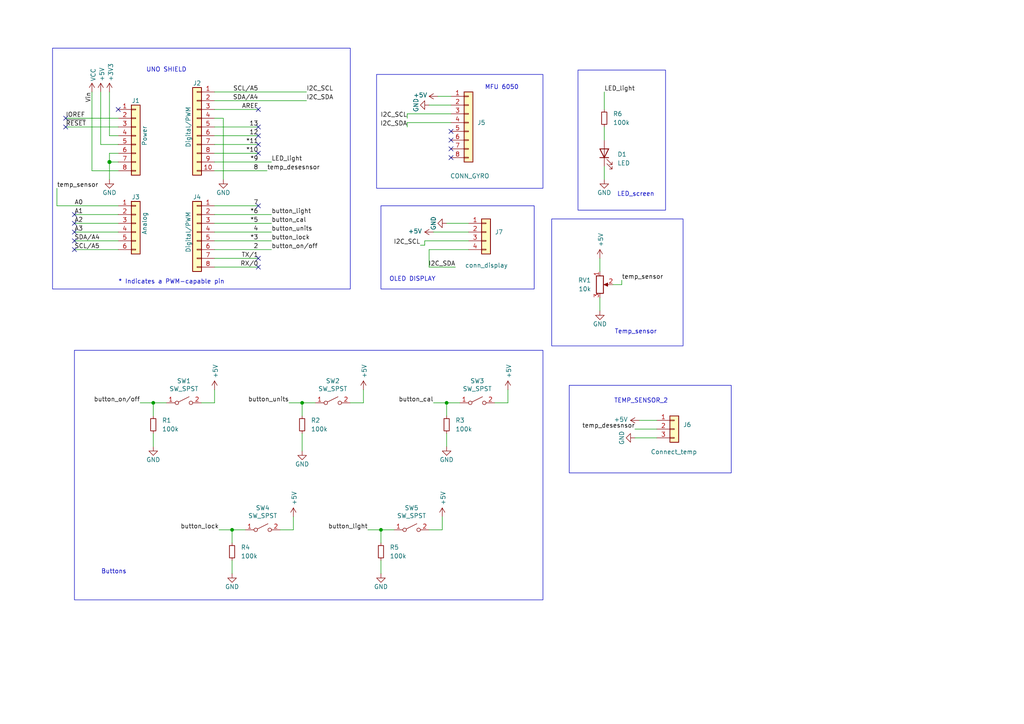
<source format=kicad_sch>
(kicad_sch (version 20231120) (generator "eeschema") (generator_version "8.0")
  (paper "A4")
  (title_block (title "UNO_SHield_THERMOPRO") (date "2025-01-27") (rev "1.0") (company "Daniel Quiroa"))
  (lib_symbols
    (symbol "Connector_Generic:Conn_01x03" (pin_names (offset 1.016) hide)
      (property "Reference" "J" (at 0 5.08 0))
      (property "Value" "Conn_01x03" (at 0 -5.08 0))
      (symbol "Conn_01x03_1_1"
        (rectangle (start -1.27 -2.413) (end 0 -2.667) (stroke (width 0.1524)))
        (rectangle (start -1.27 0.127) (end 0 -0.127) (stroke (width 0.1524)))
        (rectangle (start -1.27 2.667) (end 0 2.413) (stroke (width 0.1524)))
        (rectangle (start -1.27 3.81) (end 1.27 -3.81) (stroke (width 0.254)) (fill (type background)))
        (pin passive line (at -5.08 2.54 0) (length 3.81) (name "Pin_1") (number "1"))
        (pin passive line (at -5.08 0 0) (length 3.81) (name "Pin_2") (number "2"))
        (pin passive line (at -5.08 -2.54 0) (length 3.81) (name "Pin_3") (number "3"))
      )
    )
    (symbol "Connector_Generic:Conn_01x04" (pin_names (offset 1.016) hide)
      (property "Reference" "J" (at 0 5.08 0))
      (property "Value" "Conn_01x04" (at 0 -7.62 0))
      (symbol "Conn_01x04_1_1"
        (rectangle (start -1.27 -4.953) (end 0 -5.207) (stroke (width 0.1524)))
        (rectangle (start -1.27 -2.413) (end 0 -2.667) (stroke (width 0.1524)))
        (rectangle (start -1.27 0.127) (end 0 -0.127) (stroke (width 0.1524)))
        (rectangle (start -1.27 2.667) (end 0 2.413) (stroke (width 0.1524)))
        (rectangle (start -1.27 3.81) (end 1.27 -6.35) (stroke (width 0.254)) (fill (type background)))
        (pin passive line (at -5.08 2.54 0) (length 3.81) (name "Pin_1") (number "1"))
        (pin passive line (at -5.08 0 0) (length 3.81) (name "Pin_2") (number "2"))
        (pin passive line (at -5.08 -2.54 0) (length 3.81) (name "Pin_3") (number "3"))
        (pin passive line (at -5.08 -5.08 0) (length 3.81) (name "Pin_4") (number "4"))
      )
    )
    (symbol "Connector_Generic:Conn_01x06" (pin_names (offset 1.016) hide)
      (property "Reference" "J" (at 0 7.62 0))
      (property "Value" "Conn_01x06" (at 0 -10.16 0))
      (symbol "Conn_01x06_1_1"
        (rectangle (start -1.27 -7.493) (end 0 -7.747) (stroke (width 0.1524)))
        (rectangle (start -1.27 -4.953) (end 0 -5.207) (stroke (width 0.1524)))
        (rectangle (start -1.27 -2.413) (end 0 -2.667) (stroke (width 0.1524)))
        (rectangle (start -1.27 0.127) (end 0 -0.127) (stroke (width 0.1524)))
        (rectangle (start -1.27 2.667) (end 0 2.413) (stroke (width 0.1524)))
        (rectangle (start -1.27 5.207) (end 0 4.953) (stroke (width 0.1524)))
        (rectangle (start -1.27 6.35) (end 1.27 -8.89) (stroke (width 0.254)) (fill (type background)))
        (pin passive line (at -5.08 5.08 0) (length 3.81) (name "Pin_1") (number "1"))
        (pin passive line (at -5.08 2.54 0) (length 3.81) (name "Pin_2") (number "2"))
        (pin passive line (at -5.08 0 0) (length 3.81) (name "Pin_3") (number "3"))
        (pin passive line (at -5.08 -2.54 0) (length 3.81) (name "Pin_4") (number "4"))
        (pin passive line (at -5.08 -5.08 0) (length 3.81) (name "Pin_5") (number "5"))
        (pin passive line (at -5.08 -7.62 0) (length 3.81) (name "Pin_6") (number "6"))
      )
    )
    (symbol "Connector_Generic:Conn_01x08" (pin_names (offset 1.016) hide)
      (property "Reference" "J" (at 0 10.16 0))
      (property "Value" "Conn_01x08" (at 0 -12.7 0))
      (symbol "Conn_01x08_1_1"
        (rectangle (start -1.27 -10.033) (end 0 -10.287) (stroke (width 0.1524)))
        (rectangle (start -1.27 -7.493) (end 0 -7.747) (stroke (width 0.1524)))
        (rectangle (start -1.27 -4.953) (end 0 -5.207) (stroke (width 0.1524)))
        (rectangle (start -1.27 -2.413) (end 0 -2.667) (stroke (width 0.1524)))
        (rectangle (start -1.27 0.127) (end 0 -0.127) (stroke (width 0.1524)))
        (rectangle (start -1.27 2.667) (end 0 2.413) (stroke (width 0.1524)))
        (rectangle (start -1.27 5.207) (end 0 4.953) (stroke (width 0.1524)))
        (rectangle (start -1.27 7.747) (end 0 7.493) (stroke (width 0.1524)))
        (rectangle (start -1.27 8.89) (end 1.27 -11.43) (stroke (width 0.254)) (fill (type background)))
        (pin passive line (at -5.08 7.62 0) (length 3.81) (name "Pin_1") (number "1"))
        (pin passive line (at -5.08 5.08 0) (length 3.81) (name "Pin_2") (number "2"))
        (pin passive line (at -5.08 2.54 0) (length 3.81) (name "Pin_3") (number "3"))
        (pin passive line (at -5.08 0 0) (length 3.81) (name "Pin_4") (number "4"))
        (pin passive line (at -5.08 -2.54 0) (length 3.81) (name "Pin_5") (number "5"))
        (pin passive line (at -5.08 -5.08 0) (length 3.81) (name "Pin_6") (number "6"))
        (pin passive line (at -5.08 -7.62 0) (length 3.81) (name "Pin_7") (number "7"))
        (pin passive line (at -5.08 -10.16 0) (length 3.81) (name "Pin_8") (number "8"))
      )
    )
    (symbol "Connector_Generic:Conn_01x10" (pin_names (offset 1.016) hide)
      (property "Reference" "J" (at 0 12.7 0))
      (property "Value" "Conn_01x10" (at 0 -15.24 0))
      (symbol "Conn_01x10_1_1"
        (rectangle (start -1.27 -12.573) (end 0 -12.827) (stroke (width 0.1524)))
        (rectangle (start -1.27 -10.033) (end 0 -10.287) (stroke (width 0.1524)))
        (rectangle (start -1.27 -7.493) (end 0 -7.747) (stroke (width 0.1524)))
        (rectangle (start -1.27 -4.953) (end 0 -5.207) (stroke (width 0.1524)))
        (rectangle (start -1.27 -2.413) (end 0 -2.667) (stroke (width 0.1524)))
        (rectangle (start -1.27 0.127) (end 0 -0.127) (stroke (width 0.1524)))
        (rectangle (start -1.27 2.667) (end 0 2.413) (stroke (width 0.1524)))
        (rectangle (start -1.27 5.207) (end 0 4.953) (stroke (width 0.1524)))
        (rectangle (start -1.27 7.747) (end 0 7.493) (stroke (width 0.1524)))
        (rectangle (start -1.27 10.287) (end 0 10.033) (stroke (width 0.1524)))
        (rectangle (start -1.27 11.43) (end 1.27 -13.97) (stroke (width 0.254)) (fill (type background)))
        (pin passive line (at -5.08 10.16 0) (length 3.81) (name "Pin_1") (number "1"))
        (pin passive line (at -5.08 -12.7 0) (length 3.81) (name "Pin_10") (number "10"))
        (pin passive line (at -5.08 7.62 0) (length 3.81) (name "Pin_2") (number "2"))
        (pin passive line (at -5.08 5.08 0) (length 3.81) (name "Pin_3") (number "3"))
        (pin passive line (at -5.08 2.54 0) (length 3.81) (name "Pin_4") (number "4"))
        (pin passive line (at -5.08 0 0) (length 3.81) (name "Pin_5") (number "5"))
        (pin passive line (at -5.08 -2.54 0) (length 3.81) (name "Pin_6") (number "6"))
        (pin passive line (at -5.08 -5.08 0) (length 3.81) (name "Pin_7") (number "7"))
        (pin passive line (at -5.08 -7.62 0) (length 3.81) (name "Pin_8") (number "8"))
        (pin passive line (at -5.08 -10.16 0) (length 3.81) (name "Pin_9") (number "9"))
      )
    )
    (symbol "Device:LED" (pin_numbers hide) (pin_names (offset 1.016) hide)
      (property "Reference" "D" (at 0 2.54 0))
      (property "Value" "LED" (at 0 -2.54 0))
      (symbol "LED_0_1"
        (polyline (pts (xy -1.27 -1.27) (xy -1.27 1.27)) (stroke (width 0.254)))
        (polyline (pts (xy -1.27 0) (xy 1.27 0)))
        (polyline (pts (xy 1.27 -1.27) (xy 1.27 1.27) (xy -1.27 0) (xy 1.27 -1.27)) (stroke (width 0.254)))
        (polyline (pts (xy -3.048 -0.762) (xy -4.572 -2.286) (xy -3.81 -2.286) (xy -4.572 -2.286) (xy -4.572 -1.524)))
        (polyline (pts (xy -1.778 -0.762) (xy -3.302 -2.286) (xy -2.54 -2.286) (xy -3.302 -2.286) (xy -3.302 -1.524)))
      )
      (symbol "LED_1_1"
        (pin passive line (at -3.81 0 0) (length 2.54) (name "K") (number "1"))
        (pin passive line (at 3.81 0 180) (length 2.54) (name "A") (number "2"))
      )
    )
    (symbol "Device:R_Potentiometer" (pin_names (offset 1.016) hide)
      (property "Reference" "RV" (at -4.445 0 90))
      (property "Value" "R_Potentiometer" (at -2.54 0 90))
      (symbol "R_Potentiometer_0_1"
        (polyline (pts (xy 2.54 0) (xy 1.524 0)))
        (polyline (pts (xy 1.143 0) (xy 2.286 0.508) (xy 2.286 -0.508) (xy 1.143 0)) (fill (type outline)))
        (rectangle (start 1.016 2.54) (end -1.016 -2.54) (stroke (width 0.254)))
      )
      (symbol "R_Potentiometer_1_1"
        (pin passive line (at 0 3.81 270) (length 1.27) (name "1") (number "1"))
        (pin passive line (at 3.81 0 180) (length 1.27) (name "2") (number "2"))
        (pin passive line (at 0 -3.81 90) (length 1.27) (name "3") (number "3"))
      )
    )
    (symbol "Device:R_Small" (pin_numbers hide) (pin_names (offset 0.254) hide)
      (property "Reference" "R" (at 0.762 0.508 0))
      (property "Value" "R_Small" (at 0.762 -1.016 0))
      (symbol "R_Small_0_1"
        (rectangle (start -0.762 1.778) (end 0.762 -1.778) (stroke (width 0.2032)))
      )
      (symbol "R_Small_1_1"
        (pin passive line (at 0 2.54 270) (length 0.762) (name "~") (number "1"))
        (pin passive line (at 0 -2.54 90) (length 0.762) (name "~") (number "2"))
      )
    )
    (symbol "Switch:SW_SPST" (pin_names (offset 0) hide)
      (property "Reference" "SW" (at 0 3.175 0))
      (property "Value" "SW_SPST" (at 0 -2.54 0))
      (symbol "SW_SPST_0_0"
        (circle (center -2.032 0) (radius 0.508))
        (polyline (pts (xy -1.524 0.254) (xy 1.524 1.778)))
        (circle (center 2.032 0) (radius 0.508))
      )
      (symbol "SW_SPST_1_1"
        (pin passive line (at -5.08 0 0) (length 2.54) (name "A") (number "1"))
        (pin passive line (at 5.08 0 180) (length 2.54) (name "B") (number "2"))
      )
    )
    (symbol "power:+3V3" (power) (pin_names (offset 0))
      (property "Value" "+3V3" (at 0 3.556 0))
      (symbol "+3V3_0_1"
        (polyline (pts (xy -0.762 1.27) (xy 0 2.54)))
        (polyline (pts (xy 0 0) (xy 0 2.54)))
        (polyline (pts (xy 0 2.54) (xy 0.762 1.27)))
      )
      (symbol "+3V3_1_1"
        (pin power_in line (at 0 0 90) (length 0) hide (name "+3V3") (number "1"))
      )
    )
    (symbol "power:+5V" (power) (pin_names (offset 0))
      (property "Value" "+5V" (at 0 3.556 0))
      (symbol "+5V_0_1"
        (polyline (pts (xy -0.762 1.27) (xy 0 2.54)))
        (polyline (pts (xy 0 0) (xy 0 2.54)))
        (polyline (pts (xy 0 2.54) (xy 0.762 1.27)))
      )
      (symbol "+5V_1_1"
        (pin power_in line (at 0 0 90) (length 0) hide (name "+5V") (number "1"))
      )
    )
    (symbol "power:GND" (power) (pin_names (offset 0))
      (property "Value" "GND" (at 0 -3.81 0))
      (symbol "GND_0_1"
        (polyline (pts (xy 0 0) (xy 0 -1.27) (xy 1.27 -1.27) (xy 0 -2.54) (xy -1.27 -1.27) (xy 0 -1.27)))
      )
      (symbol "GND_1_1"
        (pin power_in line (at 0 0 270) (length 0) hide (name "GND") (number "1"))
      )
    )
    (symbol "power:VCC" (power) (pin_names (offset 0))
      (property "Value" "VCC" (at 0 3.81 0))
      (symbol "VCC_0_1"
        (polyline (pts (xy -0.762 1.27) (xy 0 2.54)))
        (polyline (pts (xy 0 0) (xy 0 2.54)))
        (polyline (pts (xy 0 2.54) (xy 0.762 1.27)))
      )
      (symbol "VCC_1_1"
        (pin power_in line (at 0 0 90) (length 0) hide (name "VCC") (number "1"))
      )
    )
  )
  (junction (at 110.49 153.67))
  (junction (at 31.75 46.99) (diameter 1.016))
  (junction (at 44.45 116.84))
  (junction (at 87.63 116.84))
  (junction (at 129.54 116.84))
  (junction (at 67.31 153.67))
  (no_connect (at 74.93 36.83))
  (no_connect (at 21.59 72.39))
  (no_connect (at 74.93 77.47))
  (no_connect (at 21.59 67.31))
  (no_connect (at 74.93 39.37))
  (no_connect (at 21.59 62.23))
  (no_connect (at 130.81 40.64))
  (no_connect (at 21.59 64.77))
  (no_connect (at 130.81 38.1))
  (no_connect (at 19.05 34.29))
  (no_connect (at 130.81 45.72))
  (no_connect (at 74.93 59.69))
  (no_connect (at 74.93 31.75))
  (no_connect (at 74.93 74.93))
  (no_connect (at 130.81 43.18))
  (no_connect (at 19.05 36.83))
  (no_connect (at 74.93 41.91))
  (no_connect (at 34.29 31.75))
  (no_connect (at 21.59 69.85))
  (no_connect (at 74.93 44.45))
  (wire (pts (xy 62.23 77.47) (xy 74.93 77.47)))
  (wire (pts (xy 133.35 116.84) (xy 129.54 116.84)))
  (wire (pts (xy 62.23 44.45) (xy 74.93 44.45)))
  (wire (pts (xy 184.15 124.46) (xy 190.5 124.46)))
  (wire (pts (xy 129.54 116.84) (xy 129.54 120.65)))
  (wire (pts (xy 62.23 26.67) (xy 88.9 26.67)))
  (wire (pts (xy 123.19 69.85) (xy 135.89 69.85)))
  (wire (pts (xy 175.26 26.67) (xy 175.26 31.75)))
  (wire (pts (xy 118.11 35.56) (xy 118.11 36.83)))
  (wire (pts (xy 31.75 44.45) (xy 31.75 46.99)))
  (wire (pts (xy 81.28 153.67) (xy 85.09 153.67)))
  (wire (pts (xy 21.59 72.39) (xy 34.29 72.39)))
  (wire (pts (xy 180.34 82.55) (xy 177.8 82.55)))
  (wire (pts (xy 31.75 46.99) (xy 31.75 52.07)))
  (wire (pts (xy 40.64 116.84) (xy 44.45 116.84)))
  (wire (pts (xy 31.75 39.37) (xy 34.29 39.37)))
  (wire (pts (xy 29.21 41.91) (xy 34.29 41.91)))
  (wire (pts (xy 29.21 26.67) (xy 29.21 41.91)))
  (wire (pts (xy 124.46 30.48) (xy 130.81 30.48)))
  (wire (pts (xy 184.15 127) (xy 190.5 127)))
  (wire (pts (xy 62.23 36.83) (xy 74.93 36.83)))
  (wire (pts (xy 31.75 26.67) (xy 31.75 39.37)))
  (wire (pts (xy 62.23 59.69) (xy 74.93 59.69)))
  (wire (pts (xy 16.51 59.69) (xy 34.29 59.69)))
  (wire (pts (xy 62.23 39.37) (xy 74.93 39.37)))
  (wire (pts (xy 71.12 153.67) (xy 67.31 153.67)))
  (wire (pts (xy 44.45 116.84) (xy 44.45 120.65)))
  (wire (pts (xy 62.23 49.53) (xy 77.47 49.53)))
  (wire (pts (xy 62.23 62.23) (xy 78.74 62.23)))
  (wire (pts (xy 85.09 153.67) (xy 85.09 149.86)))
  (wire (pts (xy 130.81 35.56) (xy 118.11 35.56)))
  (wire (pts (xy 185.42 121.92) (xy 190.5 121.92)))
  (wire (pts (xy 106.68 153.67) (xy 110.49 153.67)))
  (wire (pts (xy 173.99 74.93) (xy 173.99 78.74)))
  (wire (pts (xy 62.23 46.99) (xy 78.74 46.99)))
  (wire (pts (xy 58.42 116.84) (xy 62.23 116.84)))
  (wire (pts (xy 143.51 116.84) (xy 147.32 116.84)))
  (wire (pts (xy 62.23 67.31) (xy 78.74 67.31)))
  (wire (pts (xy 118.11 33.02) (xy 118.11 34.29)))
  (wire (pts (xy 19.05 34.29) (xy 34.29 34.29)))
  (wire (pts (xy 123.19 71.12) (xy 123.19 69.85)))
  (wire (pts (xy 180.34 81.28) (xy 180.34 82.55)))
  (wire (pts (xy 83.82 116.84) (xy 87.63 116.84)))
  (wire (pts (xy 48.26 116.84) (xy 44.45 116.84)))
  (wire (pts (xy 91.44 116.84) (xy 87.63 116.84)))
  (wire (pts (xy 132.08 77.47) (xy 124.46 77.47)))
  (wire (pts (xy 64.77 34.29) (xy 64.77 52.07)))
  (wire (pts (xy 125.73 116.84) (xy 129.54 116.84)))
  (wire (pts (xy 62.23 31.75) (xy 74.93 31.75)))
  (wire (pts (xy 44.45 125.73) (xy 44.45 129.54)))
  (wire (pts (xy 129.54 125.73) (xy 129.54 129.54)))
  (wire (pts (xy 175.26 48.26) (xy 175.26 52.07)))
  (wire (pts (xy 34.29 64.77) (xy 21.59 64.77)))
  (wire (pts (xy 19.05 36.83) (xy 34.29 36.83)))
  (wire (pts (xy 125.73 67.31) (xy 135.89 67.31)))
  (wire (pts (xy 147.32 116.84) (xy 147.32 113.03)))
  (wire (pts (xy 34.29 46.99) (xy 31.75 46.99)))
  (wire (pts (xy 67.31 162.56) (xy 67.31 166.37)))
  (wire (pts (xy 63.5 153.67) (xy 67.31 153.67)))
  (wire (pts (xy 110.49 162.56) (xy 110.49 166.37)))
  (wire (pts (xy 124.46 72.39) (xy 135.89 72.39)))
  (wire (pts (xy 87.63 116.84) (xy 87.63 120.65)))
  (wire (pts (xy 34.29 49.53) (xy 26.67 49.53)))
  (wire (pts (xy 21.59 62.23) (xy 34.29 62.23)))
  (wire (pts (xy 124.46 77.47) (xy 124.46 72.39)))
  (wire (pts (xy 124.46 153.67) (xy 128.27 153.67)))
  (wire (pts (xy 62.23 34.29) (xy 64.77 34.29)))
  (wire (pts (xy 173.99 86.36) (xy 173.99 90.17)))
  (wire (pts (xy 127 27.94) (xy 130.81 27.94)))
  (wire (pts (xy 34.29 44.45) (xy 31.75 44.45)))
  (wire (pts (xy 101.6 116.84) (xy 105.41 116.84)))
  (wire (pts (xy 62.23 41.91) (xy 74.93 41.91)))
  (wire (pts (xy 67.31 153.67) (xy 67.31 157.48)))
  (wire (pts (xy 130.81 33.02) (xy 118.11 33.02)))
  (wire (pts (xy 62.23 64.77) (xy 78.74 64.77)))
  (wire (pts (xy 21.59 67.31) (xy 34.29 67.31)))
  (wire (pts (xy 16.51 54.61) (xy 16.51 59.69)))
  (wire (pts (xy 129.54 64.77) (xy 135.89 64.77)))
  (wire (pts (xy 110.49 153.67) (xy 110.49 157.48)))
  (wire (pts (xy 175.26 36.83) (xy 175.26 40.64)))
  (wire (pts (xy 62.23 116.84) (xy 62.23 113.03)))
  (wire (pts (xy 114.3 153.67) (xy 110.49 153.67)))
  (wire (pts (xy 62.23 29.21) (xy 88.9 29.21)))
  (wire (pts (xy 128.27 153.67) (xy 128.27 149.86)))
  (wire (pts (xy 62.23 72.39) (xy 78.74 72.39)))
  (wire (pts (xy 62.23 69.85) (xy 78.74 69.85)))
  (wire (pts (xy 121.92 71.12) (xy 123.19 71.12)))
  (wire (pts (xy 87.63 125.73) (xy 87.63 130.81)))
  (wire (pts (xy 62.23 74.93) (xy 74.93 74.93)))
  (wire (pts (xy 26.67 49.53) (xy 26.67 26.67)))
  (wire (pts (xy 105.41 116.84) (xy 105.41 113.03)))
  (wire (pts (xy 34.29 69.85) (xy 21.59 69.85)))
  (rectangle (start 15.24 13.97) (end 101.6 83.82))
  (rectangle (start 167.64 20.32) (end 193.04 60.96))
  (rectangle (start 110.49 59.69) (end 154.94 83.82))
  (rectangle (start 109.22 21.59) (end 157.48 54.61))
  (rectangle (start 165.1 111.76) (end 212.09 137.16))
  (rectangle (start 160.02 63.5) (end 198.12 100.33))
  (rectangle (start 21.59 101.6) (end 157.48 173.99))
  (text "LED_screen" (at 184.404 56.388 0) (effects (font (size 1.27 1.27))))
  (text "UNO SHIELD" (at 48.26 20.32 0) (effects (font (size 1.27 1.27))))
  (text "OLED DISPLAY" (at 119.634 81.026 0) (effects (font (size 1.27 1.27))))
  (text "Temp_sensor" (at 184.404 96.266 0) (effects (font (size 1.27 1.27))))
  (text "TEMP_SENSOR_2" (at 185.928 116.332 0) (effects (font (size 1.27 1.27))))
  (text "* Indicates a PWM-capable pin" (at 34.29 82.55 0) (effects (font (size 1.27 1.27)) (justify left bottom)))
  (text "MFU 6050" (at 145.542 25.4 0) (effects (font (size 1.27 1.27))))
  (text "Buttons" (at 33.02 165.862 0) (effects (font (size 1.27 1.27))))
  (label "RX{slash}0" (at 74.93 77.47 180))
  (label "A2" (at 21.59 64.77 0))
  (label "4" (at 74.93 67.31 180))
  (label "button_lock" (at 78.74 69.85 0))
  (label "temp_desesnsor" (at 184.15 124.46 180))
  (label "temp_sensor" (at 180.34 81.28 0))
  (label "LED_light" (at 175.26 26.67 0))
  (label "2" (at 74.93 72.39 180))
  (label "A3" (at 21.59 67.31 0))
  (label "13" (at 74.93 36.83 180))
  (label "button_cal" (at 78.74 64.77 0))
  (label "12" (at 74.93 39.37 180))
  (label "button_light" (at 106.68 153.67 180))
  (label "~{RESET}" (at 19.05 36.83 0))
  (label "I2C_SDA" (at 132.08 77.47 180))
  (label "*10" (at 74.93 44.45 180))
  (label "button_on{slash}off" (at 78.74 72.39 0))
  (label "I2C_SCL" (at 121.92 71.12 180))
  (label "button_units" (at 78.74 67.31 0))
  (label "LED_light" (at 78.74 46.99 0))
  (label "7" (at 74.93 59.69 180))
  (label "SDA{slash}A4" (at 74.93 29.21 180))
  (label "8" (at 74.93 49.53 180))
  (label "button_cal" (at 125.73 116.84 180))
  (label "I2C_SCL" (at 88.9 26.67 0))
  (label "*11" (at 74.93 41.91 180))
  (label "*3" (at 74.93 69.85 180))
  (label "I2C_SCL" (at 118.11 34.29 180))
  (label "temp_sensor" (at 16.51 54.61 0))
  (label "A1" (at 21.59 62.23 0))
  (label "TX{slash}1" (at 74.93 74.93 180))
  (label "button_lock" (at 63.5 153.67 180))
  (label "A0" (at 21.59 59.69 0))
  (label "AREF" (at 74.93 31.75 180))
  (label "Vin" (at 26.67 26.67 270))
  (label "button_light" (at 78.74 62.23 0))
  (label "*6" (at 74.93 62.23 180))
  (label "SCL{slash}A5" (at 74.93 26.67 180))
  (label "*9" (at 74.93 46.99 180))
  (label "button_units" (at 83.82 116.84 180))
  (label "*5" (at 74.93 64.77 180))
  (label "IOREF" (at 19.05 34.29 0))
  (label "button_on{slash}off" (at 40.64 116.84 180))
  (label "temp_desesnsor" (at 77.47 49.53 0))
  (label "SDA{slash}A4" (at 21.59 69.85 0))
  (label "I2C_SDA" (at 88.9 29.21 0))
  (label "SCL{slash}A5" (at 21.59 72.39 0))
  (label "I2C_SDA" (at 118.11 36.83 180))
  (symbol (lib_id "Connector_Generic:Conn_01x08") (at 39.37 39.37 0) (unit 1)
    (property "Reference" "J1" (at 39.37 29.21 0))
    (property "Value" "Power" (at 41.91 39.37 90))
    (property "Footprint" "Connector_PinSocket_2.54mm:PinSocket_1x08_P2.54mm_Vertical" (effects (hide yes)))
  )
  (symbol (lib_id "power:+3V3") (at 31.75 26.67 0) (unit 1)
    (property "Reference" "#PWR03" (effects (hide yes)))
    (property "Value" "+3V3" (at 32.131 23.622 90) (effects (justify left)))
  )
  (symbol (lib_id "power:+5V") (at 29.21 26.67 0) (unit 1)
    (property "Reference" "#PWR02" (effects (hide yes)))
    (property "Value" "+5V" (at 29.5656 23.622 90) (effects (justify left)))
  )
  (symbol (lib_id "power:GND") (at 31.75 52.07 0) (unit 1)
    (property "Reference" "#PWR04" (effects (hide yes)))
    (property "Value" "GND" (at 31.75 55.88 0))
  )
  (symbol (lib_id "Connector_Generic:Conn_01x10") (at 57.15 36.83 0) (mirror y) (unit 1)
    (property "Reference" "J2" (at 57.15 24.13 0))
    (property "Value" "Digital/PWM" (at 54.61 36.83 90))
    (property "Footprint" "Connector_PinSocket_2.54mm:PinSocket_1x10_P2.54mm_Vertical" (effects (hide yes)))
  )
  (symbol (lib_id "power:GND") (at 64.77 52.07 0) (unit 1)
    (property "Reference" "#PWR05" (effects (hide yes)))
    (property "Value" "GND" (at 64.77 55.88 0))
  )
  (symbol (lib_id "Connector_Generic:Conn_01x06") (at 39.37 64.77 0) (unit 1)
    (property "Reference" "J3" (at 39.37 57.15 0))
    (property "Value" "Analog" (at 41.91 64.77 90))
    (property "Footprint" "Connector_PinSocket_2.54mm:PinSocket_1x06_P2.54mm_Vertical" (effects (hide yes)))
  )
  (symbol (lib_id "Connector_Generic:Conn_01x08") (at 57.15 67.31 0) (mirror y) (unit 1)
    (property "Reference" "J4" (at 57.15 57.15 0))
    (property "Value" "Digital/PWM" (at 54.61 67.31 90))
    (property "Footprint" "Connector_PinSocket_2.54mm:PinSocket_1x08_P2.54mm_Vertical" (effects (hide yes)))
  )
  (symbol (lib_id "Device:R_Small") (at 175.26 34.29 0) (unit 1)
    (property "Reference" "R6" (at 177.8 33.0199 0) (effects (justify left)))
    (property "Value" "100k" (at 177.8 35.5599 0) (effects (justify left)))
    (property "Footprint" "Resistor_THT:R_Axial_DIN0207_L6.3mm_D2.5mm_P10.16mm_Horizontal" (effects (hide yes)))
    (property "Description" "Resistor, small symbol" (effects (hide yes)))
  )
  (symbol (lib_id "Device:R_Small") (at 129.54 123.19 0) (unit 1)
    (property "Reference" "R3" (at 132.08 121.9199 0) (effects (justify left)))
    (property "Value" "100k" (at 132.08 124.4599 0) (effects (justify left)))
    (property "Footprint" "Resistor_THT:R_Axial_DIN0207_L6.3mm_D2.5mm_P10.16mm_Horizontal" (effects (hide yes)))
    (property "Description" "Resistor, small symbol" (effects (hide yes)))
  )
  (symbol (lib_id "power:GND") (at 173.99 90.17 0) (unit 1)
    (property "Reference" "#PWR022" (effects (hide yes)))
    (property "Value" "GND" (at 173.99 93.98 0))
  )
  (symbol (lib_id "power:GND") (at 44.45 129.54 0) (unit 1)
    (property "Reference" "#PWR010" (effects (hide yes)))
    (property "Value" "GND" (at 44.45 133.35 0))
  )
  (symbol (lib_id "power:+5V") (at 105.41 113.03 0) (unit 1)
    (property "Reference" "#PWR013" (effects (hide yes)))
    (property "Value" "+5V" (at 105.664 109.728 90) (effects (justify left)))
  )
  (symbol (lib_id "power:+5V") (at 62.23 113.03 0) (unit 1)
    (property "Reference" "#PWR011" (effects (hide yes)))
    (property "Value" "+5V" (at 62.484 109.728 90) (effects (justify left)))
  )
  (symbol (lib_id "power:+5V") (at 147.32 113.03 0) (unit 1)
    (property "Reference" "#PWR015" (effects (hide yes)))
    (property "Value" "+5V" (at 147.574 109.728 90) (effects (justify left)))
  )
  (symbol (lib_id "power:+5V") (at 127 27.94 90) (unit 1)
    (property "Reference" "#PWR07" (effects (hide yes)))
    (property "Value" "+5V" (at 123.952 27.5844 90) (effects (justify left)))
  )
  (symbol (lib_id "power:GND") (at 184.15 127 270) (unit 1)
    (property "Reference" "#PWR024" (effects (hide yes)))
    (property "Value" "GND" (at 180.34 127 0))
  )
  (symbol (lib_id "power:+5V") (at 185.42 121.92 90) (unit 1)
    (property "Reference" "#PWR023" (effects (hide yes)))
    (property "Value" "+5V" (at 182.118 121.666 90) (effects (justify left)))
  )
  (symbol (lib_id "power:GND") (at 129.54 64.77 270) (unit 1)
    (property "Reference" "#PWR08" (effects (hide yes)))
    (property "Value" "GND" (at 125.73 64.77 0))
  )
  (symbol (lib_id "Device:R_Small") (at 87.63 123.19 0) (unit 1)
    (property "Reference" "R2" (at 90.17 121.9199 0) (effects (justify left)))
    (property "Value" "100k" (at 90.17 124.4599 0) (effects (justify left)))
    (property "Footprint" "Resistor_THT:R_Axial_DIN0207_L6.3mm_D2.5mm_P10.16mm_Horizontal" (effects (hide yes)))
    (property "Description" "Resistor, small symbol" (effects (hide yes)))
  )
  (symbol (lib_id "power:VCC") (at 26.67 26.67 0) (unit 1)
    (property "Reference" "#PWR01" (effects (hide yes)))
    (property "Value" "VCC" (at 27.051 23.622 90) (effects (justify left)))
  )
  (symbol (lib_id "Switch:SW_SPST") (at 138.43 116.84 0) (unit 1)
    (property "Reference" "SW3" (at 138.43 110.49 0))
    (property "Value" "SW_SPST" (at 138.43 112.776 0))
    (property "Footprint" "Button_Switch_THT:SW_PUSH_6mm" (effects (hide yes)))
    (property "Description" "Single Pole Single Throw (SPST) switch" (effects (hide yes)))
  )
  (symbol (lib_id "Connector_Generic:Conn_01x04") (at 140.97 67.31 0) (unit 1)
    (property "Reference" "J7" (at 143.51 67.3099 0) (effects (justify left)))
    (property "Value" "conn_display" (at 134.874 76.962 0) (effects (justify left)))
    (property "Footprint" "Connector_PinSocket_2.54mm:PinSocket_1x04_P2.54mm_Vertical" (effects (hide yes)))
    (property "Description" "Generic connector, single row, 01x04, script generated (kicad-library-utils/schlib/autogen/connector/)" (effects (hide yes)))
  )
  (symbol (lib_id "Device:R_Small") (at 110.49 160.02 0) (unit 1)
    (property "Reference" "R5" (at 113.03 158.7499 0) (effects (justify left)))
    (property "Value" "100k" (at 113.03 161.2899 0) (effects (justify left)))
    (property "Footprint" "Resistor_THT:R_Axial_DIN0207_L6.3mm_D2.5mm_P10.16mm_Horizontal" (effects (hide yes)))
    (property "Description" "Resistor, small symbol" (effects (hide yes)))
  )
  (symbol (lib_id "power:GND") (at 124.46 30.48 270) (unit 1)
    (property "Reference" "#PWR06" (effects (hide yes)))
    (property "Value" "GND" (at 120.65 30.48 0))
  )
  (symbol (lib_id "Switch:SW_SPST") (at 96.52 116.84 0) (unit 1)
    (property "Reference" "SW2" (at 96.52 110.49 0))
    (property "Value" "SW_SPST" (at 96.52 112.776 0))
    (property "Footprint" "Button_Switch_THT:SW_PUSH_6mm" (effects (hide yes)))
    (property "Description" "Single Pole Single Throw (SPST) switch" (effects (hide yes)))
  )
  (symbol (lib_id "Device:R_Small") (at 67.31 160.02 0) (unit 1)
    (property "Reference" "R4" (at 69.85 158.7499 0) (effects (justify left)))
    (property "Value" "100k" (at 69.85 161.2899 0) (effects (justify left)))
    (property "Footprint" "Resistor_THT:R_Axial_DIN0207_L6.3mm_D2.5mm_P10.16mm_Horizontal" (effects (hide yes)))
    (property "Description" "Resistor, small symbol" (effects (hide yes)))
  )
  (symbol (lib_id "Device:LED") (at 175.26 44.45 90) (unit 1)
    (property "Reference" "D1" (at 179.07 44.7674 90) (effects (justify right)))
    (property "Value" "LED" (at 179.07 47.3074 90) (effects (justify right)))
    (property "Footprint" "LED_THT:LED_D5.0mm" (effects (hide yes)))
    (property "Description" "Light emitting diode" (effects (hide yes)))
  )
  (symbol (lib_id "power:+5V") (at 128.27 149.86 0) (unit 1)
    (property "Reference" "#PWR019" (effects (hide yes)))
    (property "Value" "+5V" (at 128.524 146.558 90) (effects (justify left)))
  )
  (symbol (lib_id "power:GND") (at 67.31 166.37 0) (unit 1)
    (property "Reference" "#PWR016" (effects (hide yes)))
    (property "Value" "GND" (at 67.31 170.18 0))
  )
  (symbol (lib_id "power:+5V") (at 125.73 67.31 90) (unit 1)
    (property "Reference" "#PWR09" (effects (hide yes)))
    (property "Value" "+5V" (at 122.428 67.056 90) (effects (justify left)))
  )
  (symbol (lib_id "Device:R_Small") (at 44.45 123.19 0) (unit 1)
    (property "Reference" "R1" (at 46.99 121.9199 0) (effects (justify left)))
    (property "Value" "100k" (at 46.99 124.4599 0) (effects (justify left)))
    (property "Footprint" "Resistor_THT:R_Axial_DIN0207_L6.3mm_D2.5mm_P10.16mm_Horizontal" (effects (hide yes)))
    (property "Description" "Resistor, small symbol" (effects (hide yes)))
  )
  (symbol (lib_id "Switch:SW_SPST") (at 76.2 153.67 0) (unit 1)
    (property "Reference" "SW4" (at 76.2 147.32 0))
    (property "Value" "SW_SPST" (at 76.2 149.606 0))
    (property "Footprint" "Button_Switch_THT:SW_PUSH_6mm" (effects (hide yes)))
    (property "Description" "Single Pole Single Throw (SPST) switch" (effects (hide yes)))
  )
  (symbol (lib_id "Switch:SW_SPST") (at 119.38 153.67 0) (unit 1)
    (property "Reference" "SW5" (at 119.38 147.32 0))
    (property "Value" "SW_SPST" (at 119.38 149.606 0))
    (property "Footprint" "Button_Switch_THT:SW_PUSH_6mm" (effects (hide yes)))
    (property "Description" "Single Pole Single Throw (SPST) switch" (effects (hide yes)))
  )
  (symbol (lib_id "power:+5V") (at 85.09 149.86 0) (unit 1)
    (property "Reference" "#PWR017" (effects (hide yes)))
    (property "Value" "+5V" (at 85.344 146.558 90) (effects (justify left)))
  )
  (symbol (lib_id "Connector_Generic:Conn_01x08") (at 135.89 35.56 0) (unit 1)
    (property "Reference" "J5" (at 138.43 35.5599 0) (effects (justify left)))
    (property "Value" "CONN_GYRO" (at 130.556 51.054 0) (effects (justify left)))
    (property "Footprint" "Connector_PinSocket_2.54mm:PinSocket_1x08_P2.54mm_Vertical" (effects (hide yes)))
    (property "Description" "Generic connector, single row, 01x08, script generated (kicad-library-utils/schlib/autogen/connector/)" (effects (hide yes)))
  )
  (symbol (lib_id "power:GND") (at 110.49 166.37 0) (unit 1)
    (property "Reference" "#PWR018" (effects (hide yes)))
    (property "Value" "GND" (at 110.49 170.18 0))
  )
  (symbol (lib_id "Device:R_Potentiometer") (at 173.99 82.55 0) (unit 1)
    (property "Reference" "RV1" (at 171.45 81.2799 0) (effects (justify right)))
    (property "Value" "10k" (at 171.45 83.8199 0) (effects (justify right)))
    (property "Footprint" "Potentiometer_THT:Potentiometer_Bourns_3386P_Vertical" (effects (hide yes)))
    (property "Description" "Potentiometer" (effects (hide yes)))
  )
  (symbol (lib_id "Connector_Generic:Conn_01x03") (at 195.58 124.46 0) (unit 1)
    (property "Reference" "J6" (at 198.12 123.1899 0) (effects (justify left)))
    (property "Value" "Connect_temp" (at 188.722 131.064 0) (effects (justify left)))
    (property "Footprint" "Connector_JST:JST_XH_B3B-XH-AM_1x03_P2.50mm_Vertical" (effects (hide yes)))
    (property "Description" "Generic connector, single row, 01x03, script generated (kicad-library-utils/schlib/autogen/connector/)" (effects (hide yes)))
  )
  (symbol (lib_id "Switch:SW_SPST") (at 53.34 116.84 0) (unit 1)
    (property "Reference" "SW1" (at 53.34 110.49 0))
    (property "Value" "SW_SPST" (at 53.34 112.776 0))
    (property "Footprint" "Button_Switch_THT:SW_PUSH_6mm" (effects (hide yes)))
    (property "Description" "Single Pole Single Throw (SPST) switch" (effects (hide yes)))
  )
  (symbol (lib_id "power:+5V") (at 173.99 74.93 0) (unit 1)
    (property "Reference" "#PWR021" (effects (hide yes)))
    (property "Value" "+5V" (at 174.244 71.628 90) (effects (justify left)))
  )
  (symbol (lib_id "power:GND") (at 87.63 130.81 0) (unit 1)
    (property "Reference" "#PWR012" (effects (hide yes)))
    (property "Value" "GND" (at 87.63 134.62 0))
  )
  (symbol (lib_id "power:GND") (at 175.26 52.07 0) (unit 1)
    (property "Reference" "#PWR020" (effects (hide yes)))
    (property "Value" "GND" (at 175.26 55.88 0))
  )
  (symbol (lib_id "power:GND") (at 129.54 129.54 0) (unit 1)
    (property "Reference" "#PWR014" (effects (hide yes)))
    (property "Value" "GND" (at 129.54 133.35 0))
  )
)
</source>
